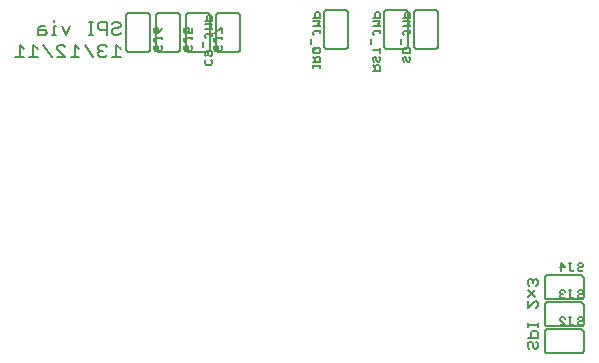
<source format=gbr>
G04 EAGLE Gerber RS-274X export*
G75*
%MOMM*%
%FSLAX34Y34*%
%LPD*%
%INSilkscreen Bottom*%
%IPPOS*%
%AMOC8*
5,1,8,0,0,1.08239X$1,22.5*%
G01*
%ADD10C,0.203200*%
%ADD11C,0.127000*%
%ADD12C,0.152400*%


D10*
X267456Y448699D02*
X269235Y450478D01*
X272795Y450478D01*
X274574Y448699D01*
X274574Y446919D01*
X272795Y445140D01*
X269235Y445140D01*
X267456Y443360D01*
X267456Y441581D01*
X269235Y439801D01*
X272795Y439801D01*
X274574Y441581D01*
X262880Y439801D02*
X262880Y450478D01*
X257541Y450478D01*
X255762Y448699D01*
X255762Y445140D01*
X257541Y443360D01*
X262880Y443360D01*
X251186Y439801D02*
X247627Y439801D01*
X249407Y439801D02*
X249407Y450478D01*
X251186Y450478D02*
X247627Y450478D01*
X231696Y446919D02*
X228137Y439801D01*
X224578Y446919D01*
X220002Y446919D02*
X218223Y446919D01*
X218223Y439801D01*
X220002Y439801D02*
X216443Y439801D01*
X218223Y450478D02*
X218223Y452258D01*
X210427Y446919D02*
X206868Y446919D01*
X205088Y445140D01*
X205088Y439801D01*
X210427Y439801D01*
X212206Y441581D01*
X210427Y443360D01*
X205088Y443360D01*
X271015Y431428D02*
X274574Y427869D01*
X271015Y431428D02*
X271015Y420751D01*
X274574Y420751D02*
X267456Y420751D01*
X262880Y429649D02*
X261101Y431428D01*
X257541Y431428D01*
X255762Y429649D01*
X255762Y427869D01*
X257541Y426090D01*
X259321Y426090D01*
X257541Y426090D02*
X255762Y424310D01*
X255762Y422531D01*
X257541Y420751D01*
X261101Y420751D01*
X262880Y422531D01*
X251186Y420751D02*
X244068Y431428D01*
X239492Y427869D02*
X235933Y431428D01*
X235933Y420751D01*
X239492Y420751D02*
X232374Y420751D01*
X227798Y420751D02*
X220680Y420751D01*
X227798Y420751D02*
X220680Y427869D01*
X220680Y429649D01*
X222460Y431428D01*
X226019Y431428D01*
X227798Y429649D01*
X216104Y420751D02*
X208986Y431428D01*
X204410Y427869D02*
X200851Y431428D01*
X200851Y420751D01*
X204410Y420751D02*
X197292Y420751D01*
X192716Y427869D02*
X189157Y431428D01*
X189157Y420751D01*
X192716Y420751D02*
X185598Y420751D01*
D11*
X626540Y179853D02*
X628023Y178370D01*
X628023Y175404D01*
X626540Y173921D01*
X625057Y173921D01*
X623574Y175404D01*
X623574Y178370D01*
X622091Y179853D01*
X620608Y179853D01*
X619125Y178370D01*
X619125Y175404D01*
X620608Y173921D01*
X619125Y183276D02*
X628023Y183276D01*
X628023Y187725D01*
X626540Y189208D01*
X623574Y189208D01*
X622091Y187725D01*
X622091Y183276D01*
X619125Y192631D02*
X619125Y195597D01*
X619125Y194114D02*
X628023Y194114D01*
X628023Y192631D02*
X628023Y195597D01*
X619125Y208223D02*
X619125Y214155D01*
X619125Y208223D02*
X625057Y214155D01*
X626540Y214155D01*
X628023Y212672D01*
X628023Y209706D01*
X626540Y208223D01*
X625057Y217579D02*
X619125Y223510D01*
X619125Y217579D02*
X625057Y223510D01*
X626540Y226934D02*
X628023Y228417D01*
X628023Y231383D01*
X626540Y232865D01*
X625057Y232865D01*
X623574Y231383D01*
X623574Y229900D01*
X623574Y231383D02*
X622091Y232865D01*
X620608Y232865D01*
X619125Y231383D01*
X619125Y228417D01*
X620608Y226934D01*
D10*
X636270Y170180D02*
X664210Y170180D01*
X636270Y190500D02*
X636170Y190498D01*
X636071Y190492D01*
X635971Y190482D01*
X635873Y190469D01*
X635774Y190451D01*
X635677Y190430D01*
X635581Y190405D01*
X635485Y190376D01*
X635391Y190343D01*
X635298Y190307D01*
X635207Y190267D01*
X635117Y190223D01*
X635029Y190176D01*
X634943Y190126D01*
X634859Y190072D01*
X634777Y190015D01*
X634698Y189955D01*
X634620Y189891D01*
X634546Y189825D01*
X634474Y189756D01*
X634405Y189684D01*
X634339Y189610D01*
X634275Y189532D01*
X634215Y189453D01*
X634158Y189371D01*
X634104Y189287D01*
X634054Y189201D01*
X634007Y189113D01*
X633963Y189023D01*
X633923Y188932D01*
X633887Y188839D01*
X633854Y188745D01*
X633825Y188649D01*
X633800Y188553D01*
X633779Y188456D01*
X633761Y188357D01*
X633748Y188259D01*
X633738Y188159D01*
X633732Y188060D01*
X633730Y187960D01*
X664210Y190500D02*
X664310Y190498D01*
X664409Y190492D01*
X664509Y190482D01*
X664607Y190469D01*
X664706Y190451D01*
X664803Y190430D01*
X664899Y190405D01*
X664995Y190376D01*
X665089Y190343D01*
X665182Y190307D01*
X665273Y190267D01*
X665363Y190223D01*
X665451Y190176D01*
X665537Y190126D01*
X665621Y190072D01*
X665703Y190015D01*
X665782Y189955D01*
X665860Y189891D01*
X665934Y189825D01*
X666006Y189756D01*
X666075Y189684D01*
X666141Y189610D01*
X666205Y189532D01*
X666265Y189453D01*
X666322Y189371D01*
X666376Y189287D01*
X666426Y189201D01*
X666473Y189113D01*
X666517Y189023D01*
X666557Y188932D01*
X666593Y188839D01*
X666626Y188745D01*
X666655Y188649D01*
X666680Y188553D01*
X666701Y188456D01*
X666719Y188357D01*
X666732Y188259D01*
X666742Y188159D01*
X666748Y188060D01*
X666750Y187960D01*
X666750Y172720D02*
X666748Y172620D01*
X666742Y172521D01*
X666732Y172421D01*
X666719Y172323D01*
X666701Y172224D01*
X666680Y172127D01*
X666655Y172031D01*
X666626Y171935D01*
X666593Y171841D01*
X666557Y171748D01*
X666517Y171657D01*
X666473Y171567D01*
X666426Y171479D01*
X666376Y171393D01*
X666322Y171309D01*
X666265Y171227D01*
X666205Y171148D01*
X666141Y171070D01*
X666075Y170996D01*
X666006Y170924D01*
X665934Y170855D01*
X665860Y170789D01*
X665782Y170725D01*
X665703Y170665D01*
X665621Y170608D01*
X665537Y170554D01*
X665451Y170504D01*
X665363Y170457D01*
X665273Y170413D01*
X665182Y170373D01*
X665089Y170337D01*
X664995Y170304D01*
X664899Y170275D01*
X664803Y170250D01*
X664706Y170229D01*
X664607Y170211D01*
X664509Y170198D01*
X664409Y170188D01*
X664310Y170182D01*
X664210Y170180D01*
X636270Y170180D02*
X636170Y170182D01*
X636071Y170188D01*
X635971Y170198D01*
X635873Y170211D01*
X635774Y170229D01*
X635677Y170250D01*
X635581Y170275D01*
X635485Y170304D01*
X635391Y170337D01*
X635298Y170373D01*
X635207Y170413D01*
X635117Y170457D01*
X635029Y170504D01*
X634943Y170554D01*
X634859Y170608D01*
X634777Y170665D01*
X634698Y170725D01*
X634620Y170789D01*
X634546Y170855D01*
X634474Y170924D01*
X634405Y170996D01*
X634339Y171070D01*
X634275Y171148D01*
X634215Y171227D01*
X634158Y171309D01*
X634104Y171393D01*
X634054Y171479D01*
X634007Y171567D01*
X633963Y171657D01*
X633923Y171748D01*
X633887Y171841D01*
X633854Y171935D01*
X633825Y172031D01*
X633800Y172127D01*
X633779Y172224D01*
X633761Y172323D01*
X633748Y172421D01*
X633738Y172521D01*
X633732Y172620D01*
X633730Y172720D01*
X633730Y187960D01*
X666750Y187960D02*
X666750Y172720D01*
X664210Y190500D02*
X636270Y190500D01*
D12*
X661582Y199310D02*
X662683Y200412D01*
X664886Y200412D01*
X665988Y199310D01*
X665988Y198208D01*
X664886Y197107D01*
X662683Y197107D01*
X661582Y196005D01*
X661582Y194904D01*
X662683Y193802D01*
X664886Y193802D01*
X665988Y194904D01*
X658504Y194904D02*
X657402Y193802D01*
X656301Y193802D01*
X655199Y194904D01*
X655199Y200412D01*
X656301Y200412D02*
X654097Y200412D01*
X651020Y193802D02*
X646613Y193802D01*
X646613Y198208D02*
X651020Y193802D01*
X646613Y198208D02*
X646613Y199310D01*
X647715Y200412D01*
X649918Y200412D01*
X651020Y199310D01*
D10*
X664210Y193040D02*
X636270Y193040D01*
X633730Y210820D02*
X633732Y210920D01*
X633738Y211019D01*
X633748Y211119D01*
X633761Y211217D01*
X633779Y211316D01*
X633800Y211413D01*
X633825Y211509D01*
X633854Y211605D01*
X633887Y211699D01*
X633923Y211792D01*
X633963Y211883D01*
X634007Y211973D01*
X634054Y212061D01*
X634104Y212147D01*
X634158Y212231D01*
X634215Y212313D01*
X634275Y212392D01*
X634339Y212470D01*
X634405Y212544D01*
X634474Y212616D01*
X634546Y212685D01*
X634620Y212751D01*
X634698Y212815D01*
X634777Y212875D01*
X634859Y212932D01*
X634943Y212986D01*
X635029Y213036D01*
X635117Y213083D01*
X635207Y213127D01*
X635298Y213167D01*
X635391Y213203D01*
X635485Y213236D01*
X635581Y213265D01*
X635677Y213290D01*
X635774Y213311D01*
X635873Y213329D01*
X635971Y213342D01*
X636071Y213352D01*
X636170Y213358D01*
X636270Y213360D01*
X664210Y213360D02*
X664310Y213358D01*
X664409Y213352D01*
X664509Y213342D01*
X664607Y213329D01*
X664706Y213311D01*
X664803Y213290D01*
X664899Y213265D01*
X664995Y213236D01*
X665089Y213203D01*
X665182Y213167D01*
X665273Y213127D01*
X665363Y213083D01*
X665451Y213036D01*
X665537Y212986D01*
X665621Y212932D01*
X665703Y212875D01*
X665782Y212815D01*
X665860Y212751D01*
X665934Y212685D01*
X666006Y212616D01*
X666075Y212544D01*
X666141Y212470D01*
X666205Y212392D01*
X666265Y212313D01*
X666322Y212231D01*
X666376Y212147D01*
X666426Y212061D01*
X666473Y211973D01*
X666517Y211883D01*
X666557Y211792D01*
X666593Y211699D01*
X666626Y211605D01*
X666655Y211509D01*
X666680Y211413D01*
X666701Y211316D01*
X666719Y211217D01*
X666732Y211119D01*
X666742Y211019D01*
X666748Y210920D01*
X666750Y210820D01*
X666750Y195580D02*
X666748Y195480D01*
X666742Y195381D01*
X666732Y195281D01*
X666719Y195183D01*
X666701Y195084D01*
X666680Y194987D01*
X666655Y194891D01*
X666626Y194795D01*
X666593Y194701D01*
X666557Y194608D01*
X666517Y194517D01*
X666473Y194427D01*
X666426Y194339D01*
X666376Y194253D01*
X666322Y194169D01*
X666265Y194087D01*
X666205Y194008D01*
X666141Y193930D01*
X666075Y193856D01*
X666006Y193784D01*
X665934Y193715D01*
X665860Y193649D01*
X665782Y193585D01*
X665703Y193525D01*
X665621Y193468D01*
X665537Y193414D01*
X665451Y193364D01*
X665363Y193317D01*
X665273Y193273D01*
X665182Y193233D01*
X665089Y193197D01*
X664995Y193164D01*
X664899Y193135D01*
X664803Y193110D01*
X664706Y193089D01*
X664607Y193071D01*
X664509Y193058D01*
X664409Y193048D01*
X664310Y193042D01*
X664210Y193040D01*
X636270Y193040D02*
X636170Y193042D01*
X636071Y193048D01*
X635971Y193058D01*
X635873Y193071D01*
X635774Y193089D01*
X635677Y193110D01*
X635581Y193135D01*
X635485Y193164D01*
X635391Y193197D01*
X635298Y193233D01*
X635207Y193273D01*
X635117Y193317D01*
X635029Y193364D01*
X634943Y193414D01*
X634859Y193468D01*
X634777Y193525D01*
X634698Y193585D01*
X634620Y193649D01*
X634546Y193715D01*
X634474Y193784D01*
X634405Y193856D01*
X634339Y193930D01*
X634275Y194008D01*
X634215Y194087D01*
X634158Y194169D01*
X634104Y194253D01*
X634054Y194339D01*
X634007Y194427D01*
X633963Y194517D01*
X633923Y194608D01*
X633887Y194701D01*
X633854Y194795D01*
X633825Y194891D01*
X633800Y194987D01*
X633779Y195084D01*
X633761Y195183D01*
X633748Y195281D01*
X633738Y195381D01*
X633732Y195480D01*
X633730Y195580D01*
X633730Y210820D01*
X666750Y210820D02*
X666750Y195580D01*
X664210Y213360D02*
X636270Y213360D01*
D12*
X661582Y222170D02*
X662683Y223272D01*
X664886Y223272D01*
X665988Y222170D01*
X665988Y221068D01*
X664886Y219967D01*
X662683Y219967D01*
X661582Y218865D01*
X661582Y217764D01*
X662683Y216662D01*
X664886Y216662D01*
X665988Y217764D01*
X658504Y217764D02*
X657402Y216662D01*
X656301Y216662D01*
X655199Y217764D01*
X655199Y223272D01*
X656301Y223272D02*
X654097Y223272D01*
X651020Y222170D02*
X649918Y223272D01*
X647715Y223272D01*
X646613Y222170D01*
X646613Y221068D01*
X647715Y219967D01*
X648817Y219967D01*
X647715Y219967D02*
X646613Y218865D01*
X646613Y217764D01*
X647715Y216662D01*
X649918Y216662D01*
X651020Y217764D01*
D10*
X664210Y215900D02*
X636270Y215900D01*
X633730Y233680D02*
X633732Y233780D01*
X633738Y233879D01*
X633748Y233979D01*
X633761Y234077D01*
X633779Y234176D01*
X633800Y234273D01*
X633825Y234369D01*
X633854Y234465D01*
X633887Y234559D01*
X633923Y234652D01*
X633963Y234743D01*
X634007Y234833D01*
X634054Y234921D01*
X634104Y235007D01*
X634158Y235091D01*
X634215Y235173D01*
X634275Y235252D01*
X634339Y235330D01*
X634405Y235404D01*
X634474Y235476D01*
X634546Y235545D01*
X634620Y235611D01*
X634698Y235675D01*
X634777Y235735D01*
X634859Y235792D01*
X634943Y235846D01*
X635029Y235896D01*
X635117Y235943D01*
X635207Y235987D01*
X635298Y236027D01*
X635391Y236063D01*
X635485Y236096D01*
X635581Y236125D01*
X635677Y236150D01*
X635774Y236171D01*
X635873Y236189D01*
X635971Y236202D01*
X636071Y236212D01*
X636170Y236218D01*
X636270Y236220D01*
X664210Y236220D02*
X664310Y236218D01*
X664409Y236212D01*
X664509Y236202D01*
X664607Y236189D01*
X664706Y236171D01*
X664803Y236150D01*
X664899Y236125D01*
X664995Y236096D01*
X665089Y236063D01*
X665182Y236027D01*
X665273Y235987D01*
X665363Y235943D01*
X665451Y235896D01*
X665537Y235846D01*
X665621Y235792D01*
X665703Y235735D01*
X665782Y235675D01*
X665860Y235611D01*
X665934Y235545D01*
X666006Y235476D01*
X666075Y235404D01*
X666141Y235330D01*
X666205Y235252D01*
X666265Y235173D01*
X666322Y235091D01*
X666376Y235007D01*
X666426Y234921D01*
X666473Y234833D01*
X666517Y234743D01*
X666557Y234652D01*
X666593Y234559D01*
X666626Y234465D01*
X666655Y234369D01*
X666680Y234273D01*
X666701Y234176D01*
X666719Y234077D01*
X666732Y233979D01*
X666742Y233879D01*
X666748Y233780D01*
X666750Y233680D01*
X666750Y218440D02*
X666748Y218340D01*
X666742Y218241D01*
X666732Y218141D01*
X666719Y218043D01*
X666701Y217944D01*
X666680Y217847D01*
X666655Y217751D01*
X666626Y217655D01*
X666593Y217561D01*
X666557Y217468D01*
X666517Y217377D01*
X666473Y217287D01*
X666426Y217199D01*
X666376Y217113D01*
X666322Y217029D01*
X666265Y216947D01*
X666205Y216868D01*
X666141Y216790D01*
X666075Y216716D01*
X666006Y216644D01*
X665934Y216575D01*
X665860Y216509D01*
X665782Y216445D01*
X665703Y216385D01*
X665621Y216328D01*
X665537Y216274D01*
X665451Y216224D01*
X665363Y216177D01*
X665273Y216133D01*
X665182Y216093D01*
X665089Y216057D01*
X664995Y216024D01*
X664899Y215995D01*
X664803Y215970D01*
X664706Y215949D01*
X664607Y215931D01*
X664509Y215918D01*
X664409Y215908D01*
X664310Y215902D01*
X664210Y215900D01*
X636270Y215900D02*
X636170Y215902D01*
X636071Y215908D01*
X635971Y215918D01*
X635873Y215931D01*
X635774Y215949D01*
X635677Y215970D01*
X635581Y215995D01*
X635485Y216024D01*
X635391Y216057D01*
X635298Y216093D01*
X635207Y216133D01*
X635117Y216177D01*
X635029Y216224D01*
X634943Y216274D01*
X634859Y216328D01*
X634777Y216385D01*
X634698Y216445D01*
X634620Y216509D01*
X634546Y216575D01*
X634474Y216644D01*
X634405Y216716D01*
X634339Y216790D01*
X634275Y216868D01*
X634215Y216947D01*
X634158Y217029D01*
X634104Y217113D01*
X634054Y217199D01*
X634007Y217287D01*
X633963Y217377D01*
X633923Y217468D01*
X633887Y217561D01*
X633854Y217655D01*
X633825Y217751D01*
X633800Y217847D01*
X633779Y217944D01*
X633761Y218043D01*
X633748Y218141D01*
X633738Y218241D01*
X633732Y218340D01*
X633730Y218440D01*
X633730Y233680D01*
X666750Y233680D02*
X666750Y218440D01*
X664210Y236220D02*
X636270Y236220D01*
D12*
X661582Y245030D02*
X662683Y246132D01*
X664886Y246132D01*
X665988Y245030D01*
X665988Y243928D01*
X664886Y242827D01*
X662683Y242827D01*
X661582Y241725D01*
X661582Y240624D01*
X662683Y239522D01*
X664886Y239522D01*
X665988Y240624D01*
X658504Y240624D02*
X657402Y239522D01*
X656301Y239522D01*
X655199Y240624D01*
X655199Y246132D01*
X656301Y246132D02*
X654097Y246132D01*
X647715Y246132D02*
X647715Y239522D01*
X651020Y242827D02*
X647715Y246132D01*
X646613Y242827D02*
X651020Y242827D01*
D10*
X304800Y427990D02*
X304800Y455930D01*
X322580Y458470D02*
X322680Y458468D01*
X322779Y458462D01*
X322879Y458452D01*
X322977Y458439D01*
X323076Y458421D01*
X323173Y458400D01*
X323269Y458375D01*
X323365Y458346D01*
X323459Y458313D01*
X323552Y458277D01*
X323643Y458237D01*
X323733Y458193D01*
X323821Y458146D01*
X323907Y458096D01*
X323991Y458042D01*
X324073Y457985D01*
X324152Y457925D01*
X324230Y457861D01*
X324304Y457795D01*
X324376Y457726D01*
X324445Y457654D01*
X324511Y457580D01*
X324575Y457502D01*
X324635Y457423D01*
X324692Y457341D01*
X324746Y457257D01*
X324796Y457171D01*
X324843Y457083D01*
X324887Y456993D01*
X324927Y456902D01*
X324963Y456809D01*
X324996Y456715D01*
X325025Y456619D01*
X325050Y456523D01*
X325071Y456426D01*
X325089Y456327D01*
X325102Y456229D01*
X325112Y456129D01*
X325118Y456030D01*
X325120Y455930D01*
X325120Y427990D02*
X325118Y427890D01*
X325112Y427791D01*
X325102Y427691D01*
X325089Y427593D01*
X325071Y427494D01*
X325050Y427397D01*
X325025Y427301D01*
X324996Y427205D01*
X324963Y427111D01*
X324927Y427018D01*
X324887Y426927D01*
X324843Y426837D01*
X324796Y426749D01*
X324746Y426663D01*
X324692Y426579D01*
X324635Y426497D01*
X324575Y426418D01*
X324511Y426340D01*
X324445Y426266D01*
X324376Y426194D01*
X324304Y426125D01*
X324230Y426059D01*
X324152Y425995D01*
X324073Y425935D01*
X323991Y425878D01*
X323907Y425824D01*
X323821Y425774D01*
X323733Y425727D01*
X323643Y425683D01*
X323552Y425643D01*
X323459Y425607D01*
X323365Y425574D01*
X323269Y425545D01*
X323173Y425520D01*
X323076Y425499D01*
X322977Y425481D01*
X322879Y425468D01*
X322779Y425458D01*
X322680Y425452D01*
X322580Y425450D01*
X307340Y425450D02*
X307240Y425452D01*
X307141Y425458D01*
X307041Y425468D01*
X306943Y425481D01*
X306844Y425499D01*
X306747Y425520D01*
X306651Y425545D01*
X306555Y425574D01*
X306461Y425607D01*
X306368Y425643D01*
X306277Y425683D01*
X306187Y425727D01*
X306099Y425774D01*
X306013Y425824D01*
X305929Y425878D01*
X305847Y425935D01*
X305768Y425995D01*
X305690Y426059D01*
X305616Y426125D01*
X305544Y426194D01*
X305475Y426266D01*
X305409Y426340D01*
X305345Y426418D01*
X305285Y426497D01*
X305228Y426579D01*
X305174Y426663D01*
X305124Y426749D01*
X305077Y426837D01*
X305033Y426927D01*
X304993Y427018D01*
X304957Y427111D01*
X304924Y427205D01*
X304895Y427301D01*
X304870Y427397D01*
X304849Y427494D01*
X304831Y427593D01*
X304818Y427691D01*
X304808Y427791D01*
X304802Y427890D01*
X304800Y427990D01*
X304800Y455930D02*
X304802Y456030D01*
X304808Y456129D01*
X304818Y456229D01*
X304831Y456327D01*
X304849Y456426D01*
X304870Y456523D01*
X304895Y456619D01*
X304924Y456715D01*
X304957Y456809D01*
X304993Y456902D01*
X305033Y456993D01*
X305077Y457083D01*
X305124Y457171D01*
X305174Y457257D01*
X305228Y457341D01*
X305285Y457423D01*
X305345Y457502D01*
X305409Y457580D01*
X305475Y457654D01*
X305544Y457726D01*
X305616Y457795D01*
X305690Y457861D01*
X305768Y457925D01*
X305847Y457985D01*
X305929Y458042D01*
X306013Y458096D01*
X306099Y458146D01*
X306187Y458193D01*
X306277Y458237D01*
X306368Y458277D01*
X306461Y458313D01*
X306555Y458346D01*
X306651Y458375D01*
X306747Y458400D01*
X306844Y458421D01*
X306943Y458439D01*
X307041Y458452D01*
X307141Y458462D01*
X307240Y458468D01*
X307340Y458470D01*
X322580Y458470D01*
X322580Y425450D02*
X307340Y425450D01*
X325120Y427990D02*
X325120Y455930D01*
D12*
X333930Y430618D02*
X335032Y429517D01*
X335032Y427314D01*
X333930Y426212D01*
X332828Y426212D01*
X331727Y427314D01*
X331727Y429517D01*
X330625Y430618D01*
X329524Y430618D01*
X328422Y429517D01*
X328422Y427314D01*
X329524Y426212D01*
X329524Y433696D02*
X328422Y434798D01*
X328422Y435899D01*
X329524Y437001D01*
X335032Y437001D01*
X335032Y435899D02*
X335032Y438103D01*
X335032Y441180D02*
X335032Y445587D01*
X335032Y441180D02*
X331727Y441180D01*
X332828Y443384D01*
X332828Y444485D01*
X331727Y445587D01*
X329524Y445587D01*
X328422Y444485D01*
X328422Y442282D01*
X329524Y441180D01*
D10*
X279400Y427990D02*
X279400Y455930D01*
X297180Y458470D02*
X297280Y458468D01*
X297379Y458462D01*
X297479Y458452D01*
X297577Y458439D01*
X297676Y458421D01*
X297773Y458400D01*
X297869Y458375D01*
X297965Y458346D01*
X298059Y458313D01*
X298152Y458277D01*
X298243Y458237D01*
X298333Y458193D01*
X298421Y458146D01*
X298507Y458096D01*
X298591Y458042D01*
X298673Y457985D01*
X298752Y457925D01*
X298830Y457861D01*
X298904Y457795D01*
X298976Y457726D01*
X299045Y457654D01*
X299111Y457580D01*
X299175Y457502D01*
X299235Y457423D01*
X299292Y457341D01*
X299346Y457257D01*
X299396Y457171D01*
X299443Y457083D01*
X299487Y456993D01*
X299527Y456902D01*
X299563Y456809D01*
X299596Y456715D01*
X299625Y456619D01*
X299650Y456523D01*
X299671Y456426D01*
X299689Y456327D01*
X299702Y456229D01*
X299712Y456129D01*
X299718Y456030D01*
X299720Y455930D01*
X299720Y427990D02*
X299718Y427890D01*
X299712Y427791D01*
X299702Y427691D01*
X299689Y427593D01*
X299671Y427494D01*
X299650Y427397D01*
X299625Y427301D01*
X299596Y427205D01*
X299563Y427111D01*
X299527Y427018D01*
X299487Y426927D01*
X299443Y426837D01*
X299396Y426749D01*
X299346Y426663D01*
X299292Y426579D01*
X299235Y426497D01*
X299175Y426418D01*
X299111Y426340D01*
X299045Y426266D01*
X298976Y426194D01*
X298904Y426125D01*
X298830Y426059D01*
X298752Y425995D01*
X298673Y425935D01*
X298591Y425878D01*
X298507Y425824D01*
X298421Y425774D01*
X298333Y425727D01*
X298243Y425683D01*
X298152Y425643D01*
X298059Y425607D01*
X297965Y425574D01*
X297869Y425545D01*
X297773Y425520D01*
X297676Y425499D01*
X297577Y425481D01*
X297479Y425468D01*
X297379Y425458D01*
X297280Y425452D01*
X297180Y425450D01*
X281940Y425450D02*
X281840Y425452D01*
X281741Y425458D01*
X281641Y425468D01*
X281543Y425481D01*
X281444Y425499D01*
X281347Y425520D01*
X281251Y425545D01*
X281155Y425574D01*
X281061Y425607D01*
X280968Y425643D01*
X280877Y425683D01*
X280787Y425727D01*
X280699Y425774D01*
X280613Y425824D01*
X280529Y425878D01*
X280447Y425935D01*
X280368Y425995D01*
X280290Y426059D01*
X280216Y426125D01*
X280144Y426194D01*
X280075Y426266D01*
X280009Y426340D01*
X279945Y426418D01*
X279885Y426497D01*
X279828Y426579D01*
X279774Y426663D01*
X279724Y426749D01*
X279677Y426837D01*
X279633Y426927D01*
X279593Y427018D01*
X279557Y427111D01*
X279524Y427205D01*
X279495Y427301D01*
X279470Y427397D01*
X279449Y427494D01*
X279431Y427593D01*
X279418Y427691D01*
X279408Y427791D01*
X279402Y427890D01*
X279400Y427990D01*
X279400Y455930D02*
X279402Y456030D01*
X279408Y456129D01*
X279418Y456229D01*
X279431Y456327D01*
X279449Y456426D01*
X279470Y456523D01*
X279495Y456619D01*
X279524Y456715D01*
X279557Y456809D01*
X279593Y456902D01*
X279633Y456993D01*
X279677Y457083D01*
X279724Y457171D01*
X279774Y457257D01*
X279828Y457341D01*
X279885Y457423D01*
X279945Y457502D01*
X280009Y457580D01*
X280075Y457654D01*
X280144Y457726D01*
X280216Y457795D01*
X280290Y457861D01*
X280368Y457925D01*
X280447Y457985D01*
X280529Y458042D01*
X280613Y458096D01*
X280699Y458146D01*
X280787Y458193D01*
X280877Y458237D01*
X280968Y458277D01*
X281061Y458313D01*
X281155Y458346D01*
X281251Y458375D01*
X281347Y458400D01*
X281444Y458421D01*
X281543Y458439D01*
X281641Y458452D01*
X281741Y458462D01*
X281840Y458468D01*
X281940Y458470D01*
X297180Y458470D01*
X297180Y425450D02*
X281940Y425450D01*
X299720Y427990D02*
X299720Y455930D01*
D12*
X308530Y430618D02*
X309632Y429517D01*
X309632Y427314D01*
X308530Y426212D01*
X307428Y426212D01*
X306327Y427314D01*
X306327Y429517D01*
X305225Y430618D01*
X304124Y430618D01*
X303022Y429517D01*
X303022Y427314D01*
X304124Y426212D01*
X304124Y433696D02*
X303022Y434798D01*
X303022Y435899D01*
X304124Y437001D01*
X309632Y437001D01*
X309632Y435899D02*
X309632Y438103D01*
X308530Y443384D02*
X309632Y445587D01*
X308530Y443384D02*
X306327Y441180D01*
X304124Y441180D01*
X303022Y442282D01*
X303022Y444485D01*
X304124Y445587D01*
X305225Y445587D01*
X306327Y444485D01*
X306327Y441180D01*
D10*
X330200Y427990D02*
X330200Y455930D01*
X347980Y458470D02*
X348080Y458468D01*
X348179Y458462D01*
X348279Y458452D01*
X348377Y458439D01*
X348476Y458421D01*
X348573Y458400D01*
X348669Y458375D01*
X348765Y458346D01*
X348859Y458313D01*
X348952Y458277D01*
X349043Y458237D01*
X349133Y458193D01*
X349221Y458146D01*
X349307Y458096D01*
X349391Y458042D01*
X349473Y457985D01*
X349552Y457925D01*
X349630Y457861D01*
X349704Y457795D01*
X349776Y457726D01*
X349845Y457654D01*
X349911Y457580D01*
X349975Y457502D01*
X350035Y457423D01*
X350092Y457341D01*
X350146Y457257D01*
X350196Y457171D01*
X350243Y457083D01*
X350287Y456993D01*
X350327Y456902D01*
X350363Y456809D01*
X350396Y456715D01*
X350425Y456619D01*
X350450Y456523D01*
X350471Y456426D01*
X350489Y456327D01*
X350502Y456229D01*
X350512Y456129D01*
X350518Y456030D01*
X350520Y455930D01*
X350520Y427990D02*
X350518Y427890D01*
X350512Y427791D01*
X350502Y427691D01*
X350489Y427593D01*
X350471Y427494D01*
X350450Y427397D01*
X350425Y427301D01*
X350396Y427205D01*
X350363Y427111D01*
X350327Y427018D01*
X350287Y426927D01*
X350243Y426837D01*
X350196Y426749D01*
X350146Y426663D01*
X350092Y426579D01*
X350035Y426497D01*
X349975Y426418D01*
X349911Y426340D01*
X349845Y426266D01*
X349776Y426194D01*
X349704Y426125D01*
X349630Y426059D01*
X349552Y425995D01*
X349473Y425935D01*
X349391Y425878D01*
X349307Y425824D01*
X349221Y425774D01*
X349133Y425727D01*
X349043Y425683D01*
X348952Y425643D01*
X348859Y425607D01*
X348765Y425574D01*
X348669Y425545D01*
X348573Y425520D01*
X348476Y425499D01*
X348377Y425481D01*
X348279Y425468D01*
X348179Y425458D01*
X348080Y425452D01*
X347980Y425450D01*
X332740Y425450D02*
X332640Y425452D01*
X332541Y425458D01*
X332441Y425468D01*
X332343Y425481D01*
X332244Y425499D01*
X332147Y425520D01*
X332051Y425545D01*
X331955Y425574D01*
X331861Y425607D01*
X331768Y425643D01*
X331677Y425683D01*
X331587Y425727D01*
X331499Y425774D01*
X331413Y425824D01*
X331329Y425878D01*
X331247Y425935D01*
X331168Y425995D01*
X331090Y426059D01*
X331016Y426125D01*
X330944Y426194D01*
X330875Y426266D01*
X330809Y426340D01*
X330745Y426418D01*
X330685Y426497D01*
X330628Y426579D01*
X330574Y426663D01*
X330524Y426749D01*
X330477Y426837D01*
X330433Y426927D01*
X330393Y427018D01*
X330357Y427111D01*
X330324Y427205D01*
X330295Y427301D01*
X330270Y427397D01*
X330249Y427494D01*
X330231Y427593D01*
X330218Y427691D01*
X330208Y427791D01*
X330202Y427890D01*
X330200Y427990D01*
X330200Y455930D02*
X330202Y456030D01*
X330208Y456129D01*
X330218Y456229D01*
X330231Y456327D01*
X330249Y456426D01*
X330270Y456523D01*
X330295Y456619D01*
X330324Y456715D01*
X330357Y456809D01*
X330393Y456902D01*
X330433Y456993D01*
X330477Y457083D01*
X330524Y457171D01*
X330574Y457257D01*
X330628Y457341D01*
X330685Y457423D01*
X330745Y457502D01*
X330809Y457580D01*
X330875Y457654D01*
X330944Y457726D01*
X331016Y457795D01*
X331090Y457861D01*
X331168Y457925D01*
X331247Y457985D01*
X331329Y458042D01*
X331413Y458096D01*
X331499Y458146D01*
X331587Y458193D01*
X331677Y458237D01*
X331768Y458277D01*
X331861Y458313D01*
X331955Y458346D01*
X332051Y458375D01*
X332147Y458400D01*
X332244Y458421D01*
X332343Y458439D01*
X332441Y458452D01*
X332541Y458462D01*
X332640Y458468D01*
X332740Y458470D01*
X347980Y458470D01*
X347980Y425450D02*
X332740Y425450D01*
X350520Y427990D02*
X350520Y455930D01*
D12*
X359330Y430618D02*
X360432Y429517D01*
X360432Y427314D01*
X359330Y426212D01*
X358228Y426212D01*
X357127Y427314D01*
X357127Y429517D01*
X356025Y430618D01*
X354924Y430618D01*
X353822Y429517D01*
X353822Y427314D01*
X354924Y426212D01*
X354924Y433696D02*
X353822Y434798D01*
X353822Y435899D01*
X354924Y437001D01*
X360432Y437001D01*
X360432Y435899D02*
X360432Y438103D01*
X360432Y441180D02*
X360432Y445587D01*
X359330Y445587D01*
X354924Y441180D01*
X353822Y441180D01*
D10*
X518160Y430530D02*
X518160Y458470D01*
X497840Y430530D02*
X497842Y430430D01*
X497848Y430331D01*
X497858Y430231D01*
X497871Y430133D01*
X497889Y430034D01*
X497910Y429937D01*
X497935Y429841D01*
X497964Y429745D01*
X497997Y429651D01*
X498033Y429558D01*
X498073Y429467D01*
X498117Y429377D01*
X498164Y429289D01*
X498214Y429203D01*
X498268Y429119D01*
X498325Y429037D01*
X498385Y428958D01*
X498449Y428880D01*
X498515Y428806D01*
X498584Y428734D01*
X498656Y428665D01*
X498730Y428599D01*
X498808Y428535D01*
X498887Y428475D01*
X498969Y428418D01*
X499053Y428364D01*
X499139Y428314D01*
X499227Y428267D01*
X499317Y428223D01*
X499408Y428183D01*
X499501Y428147D01*
X499595Y428114D01*
X499691Y428085D01*
X499787Y428060D01*
X499884Y428039D01*
X499983Y428021D01*
X500081Y428008D01*
X500181Y427998D01*
X500280Y427992D01*
X500380Y427990D01*
X497840Y458470D02*
X497842Y458570D01*
X497848Y458669D01*
X497858Y458769D01*
X497871Y458867D01*
X497889Y458966D01*
X497910Y459063D01*
X497935Y459159D01*
X497964Y459255D01*
X497997Y459349D01*
X498033Y459442D01*
X498073Y459533D01*
X498117Y459623D01*
X498164Y459711D01*
X498214Y459797D01*
X498268Y459881D01*
X498325Y459963D01*
X498385Y460042D01*
X498449Y460120D01*
X498515Y460194D01*
X498584Y460266D01*
X498656Y460335D01*
X498730Y460401D01*
X498808Y460465D01*
X498887Y460525D01*
X498969Y460582D01*
X499053Y460636D01*
X499139Y460686D01*
X499227Y460733D01*
X499317Y460777D01*
X499408Y460817D01*
X499501Y460853D01*
X499595Y460886D01*
X499691Y460915D01*
X499787Y460940D01*
X499884Y460961D01*
X499983Y460979D01*
X500081Y460992D01*
X500181Y461002D01*
X500280Y461008D01*
X500380Y461010D01*
X515620Y461010D02*
X515720Y461008D01*
X515819Y461002D01*
X515919Y460992D01*
X516017Y460979D01*
X516116Y460961D01*
X516213Y460940D01*
X516309Y460915D01*
X516405Y460886D01*
X516499Y460853D01*
X516592Y460817D01*
X516683Y460777D01*
X516773Y460733D01*
X516861Y460686D01*
X516947Y460636D01*
X517031Y460582D01*
X517113Y460525D01*
X517192Y460465D01*
X517270Y460401D01*
X517344Y460335D01*
X517416Y460266D01*
X517485Y460194D01*
X517551Y460120D01*
X517615Y460042D01*
X517675Y459963D01*
X517732Y459881D01*
X517786Y459797D01*
X517836Y459711D01*
X517883Y459623D01*
X517927Y459533D01*
X517967Y459442D01*
X518003Y459349D01*
X518036Y459255D01*
X518065Y459159D01*
X518090Y459063D01*
X518111Y458966D01*
X518129Y458867D01*
X518142Y458769D01*
X518152Y458669D01*
X518158Y458570D01*
X518160Y458470D01*
X518160Y430530D02*
X518158Y430430D01*
X518152Y430331D01*
X518142Y430231D01*
X518129Y430133D01*
X518111Y430034D01*
X518090Y429937D01*
X518065Y429841D01*
X518036Y429745D01*
X518003Y429651D01*
X517967Y429558D01*
X517927Y429467D01*
X517883Y429377D01*
X517836Y429289D01*
X517786Y429203D01*
X517732Y429119D01*
X517675Y429037D01*
X517615Y428958D01*
X517551Y428880D01*
X517485Y428806D01*
X517416Y428734D01*
X517344Y428665D01*
X517270Y428599D01*
X517192Y428535D01*
X517113Y428475D01*
X517031Y428418D01*
X516947Y428364D01*
X516861Y428314D01*
X516773Y428267D01*
X516683Y428223D01*
X516592Y428183D01*
X516499Y428147D01*
X516405Y428114D01*
X516309Y428085D01*
X516213Y428060D01*
X516116Y428039D01*
X516017Y428021D01*
X515919Y428008D01*
X515819Y427998D01*
X515720Y427992D01*
X515620Y427990D01*
X500380Y427990D01*
X500380Y461010D02*
X515620Y461010D01*
X497840Y458470D02*
X497840Y430530D01*
D12*
X494544Y409383D02*
X487934Y409383D01*
X494544Y409383D02*
X494544Y412688D01*
X493442Y413789D01*
X491239Y413789D01*
X490137Y412688D01*
X490137Y409383D01*
X490137Y411586D02*
X487934Y413789D01*
X494544Y420172D02*
X493442Y421273D01*
X494544Y420172D02*
X494544Y417969D01*
X493442Y416867D01*
X492340Y416867D01*
X491239Y417969D01*
X491239Y420172D01*
X490137Y421273D01*
X489036Y421273D01*
X487934Y420172D01*
X487934Y417969D01*
X489036Y416867D01*
X487934Y426554D02*
X494544Y426554D01*
X494544Y424351D02*
X494544Y428758D01*
X486832Y431835D02*
X486832Y436242D01*
X489036Y439320D02*
X487934Y440421D01*
X487934Y441523D01*
X489036Y442624D01*
X494544Y442624D01*
X494544Y441523D02*
X494544Y443726D01*
X494544Y446804D02*
X487934Y446804D01*
X492340Y449007D02*
X494544Y446804D01*
X492340Y449007D02*
X494544Y451210D01*
X487934Y451210D01*
X487934Y454288D02*
X494544Y454288D01*
X494544Y457593D01*
X493442Y458694D01*
X491239Y458694D01*
X490137Y457593D01*
X490137Y454288D01*
D10*
X467360Y458470D02*
X467360Y430530D01*
X449580Y427990D02*
X449480Y427992D01*
X449381Y427998D01*
X449281Y428008D01*
X449183Y428021D01*
X449084Y428039D01*
X448987Y428060D01*
X448891Y428085D01*
X448795Y428114D01*
X448701Y428147D01*
X448608Y428183D01*
X448517Y428223D01*
X448427Y428267D01*
X448339Y428314D01*
X448253Y428364D01*
X448169Y428418D01*
X448087Y428475D01*
X448008Y428535D01*
X447930Y428599D01*
X447856Y428665D01*
X447784Y428734D01*
X447715Y428806D01*
X447649Y428880D01*
X447585Y428958D01*
X447525Y429037D01*
X447468Y429119D01*
X447414Y429203D01*
X447364Y429289D01*
X447317Y429377D01*
X447273Y429467D01*
X447233Y429558D01*
X447197Y429651D01*
X447164Y429745D01*
X447135Y429841D01*
X447110Y429937D01*
X447089Y430034D01*
X447071Y430133D01*
X447058Y430231D01*
X447048Y430331D01*
X447042Y430430D01*
X447040Y430530D01*
X447040Y458470D02*
X447042Y458570D01*
X447048Y458669D01*
X447058Y458769D01*
X447071Y458867D01*
X447089Y458966D01*
X447110Y459063D01*
X447135Y459159D01*
X447164Y459255D01*
X447197Y459349D01*
X447233Y459442D01*
X447273Y459533D01*
X447317Y459623D01*
X447364Y459711D01*
X447414Y459797D01*
X447468Y459881D01*
X447525Y459963D01*
X447585Y460042D01*
X447649Y460120D01*
X447715Y460194D01*
X447784Y460266D01*
X447856Y460335D01*
X447930Y460401D01*
X448008Y460465D01*
X448087Y460525D01*
X448169Y460582D01*
X448253Y460636D01*
X448339Y460686D01*
X448427Y460733D01*
X448517Y460777D01*
X448608Y460817D01*
X448701Y460853D01*
X448795Y460886D01*
X448891Y460915D01*
X448987Y460940D01*
X449084Y460961D01*
X449183Y460979D01*
X449281Y460992D01*
X449381Y461002D01*
X449480Y461008D01*
X449580Y461010D01*
X464820Y461010D02*
X464920Y461008D01*
X465019Y461002D01*
X465119Y460992D01*
X465217Y460979D01*
X465316Y460961D01*
X465413Y460940D01*
X465509Y460915D01*
X465605Y460886D01*
X465699Y460853D01*
X465792Y460817D01*
X465883Y460777D01*
X465973Y460733D01*
X466061Y460686D01*
X466147Y460636D01*
X466231Y460582D01*
X466313Y460525D01*
X466392Y460465D01*
X466470Y460401D01*
X466544Y460335D01*
X466616Y460266D01*
X466685Y460194D01*
X466751Y460120D01*
X466815Y460042D01*
X466875Y459963D01*
X466932Y459881D01*
X466986Y459797D01*
X467036Y459711D01*
X467083Y459623D01*
X467127Y459533D01*
X467167Y459442D01*
X467203Y459349D01*
X467236Y459255D01*
X467265Y459159D01*
X467290Y459063D01*
X467311Y458966D01*
X467329Y458867D01*
X467342Y458769D01*
X467352Y458669D01*
X467358Y458570D01*
X467360Y458470D01*
X467360Y430530D02*
X467358Y430430D01*
X467352Y430331D01*
X467342Y430231D01*
X467329Y430133D01*
X467311Y430034D01*
X467290Y429937D01*
X467265Y429841D01*
X467236Y429745D01*
X467203Y429651D01*
X467167Y429558D01*
X467127Y429467D01*
X467083Y429377D01*
X467036Y429289D01*
X466986Y429203D01*
X466932Y429119D01*
X466875Y429037D01*
X466815Y428958D01*
X466751Y428880D01*
X466685Y428806D01*
X466616Y428734D01*
X466544Y428665D01*
X466470Y428599D01*
X466392Y428535D01*
X466313Y428475D01*
X466231Y428418D01*
X466147Y428364D01*
X466061Y428314D01*
X465973Y428267D01*
X465883Y428223D01*
X465792Y428183D01*
X465699Y428147D01*
X465605Y428114D01*
X465509Y428085D01*
X465413Y428060D01*
X465316Y428039D01*
X465217Y428021D01*
X465119Y428008D01*
X465019Y427998D01*
X464920Y427992D01*
X464820Y427990D01*
X449580Y427990D01*
X449580Y461010D02*
X464820Y461010D01*
X447040Y458470D02*
X447040Y430530D01*
D12*
X437134Y414081D02*
X437134Y411878D01*
X437134Y412979D02*
X443744Y412979D01*
X443744Y411878D02*
X443744Y414081D01*
X443744Y416867D02*
X437134Y416867D01*
X443744Y416867D02*
X443744Y420172D01*
X442642Y421273D01*
X440439Y421273D01*
X439337Y420172D01*
X439337Y416867D01*
X439337Y419070D02*
X437134Y421273D01*
X438236Y424351D02*
X442642Y424351D01*
X443744Y425453D01*
X443744Y427656D01*
X442642Y428758D01*
X438236Y428758D01*
X437134Y427656D01*
X437134Y425453D01*
X438236Y424351D01*
X439337Y426554D02*
X437134Y428758D01*
X436032Y431835D02*
X436032Y436242D01*
X438236Y439320D02*
X437134Y440421D01*
X437134Y441523D01*
X438236Y442624D01*
X443744Y442624D01*
X443744Y441523D02*
X443744Y443726D01*
X443744Y446804D02*
X437134Y446804D01*
X441540Y449007D02*
X443744Y446804D01*
X441540Y449007D02*
X443744Y451210D01*
X437134Y451210D01*
X437134Y454288D02*
X443744Y454288D01*
X443744Y457593D01*
X442642Y458694D01*
X440439Y458694D01*
X439337Y457593D01*
X439337Y454288D01*
D10*
X375920Y455930D02*
X375920Y427990D01*
X358140Y425450D02*
X358040Y425452D01*
X357941Y425458D01*
X357841Y425468D01*
X357743Y425481D01*
X357644Y425499D01*
X357547Y425520D01*
X357451Y425545D01*
X357355Y425574D01*
X357261Y425607D01*
X357168Y425643D01*
X357077Y425683D01*
X356987Y425727D01*
X356899Y425774D01*
X356813Y425824D01*
X356729Y425878D01*
X356647Y425935D01*
X356568Y425995D01*
X356490Y426059D01*
X356416Y426125D01*
X356344Y426194D01*
X356275Y426266D01*
X356209Y426340D01*
X356145Y426418D01*
X356085Y426497D01*
X356028Y426579D01*
X355974Y426663D01*
X355924Y426749D01*
X355877Y426837D01*
X355833Y426927D01*
X355793Y427018D01*
X355757Y427111D01*
X355724Y427205D01*
X355695Y427301D01*
X355670Y427397D01*
X355649Y427494D01*
X355631Y427593D01*
X355618Y427691D01*
X355608Y427791D01*
X355602Y427890D01*
X355600Y427990D01*
X355600Y455930D02*
X355602Y456030D01*
X355608Y456129D01*
X355618Y456229D01*
X355631Y456327D01*
X355649Y456426D01*
X355670Y456523D01*
X355695Y456619D01*
X355724Y456715D01*
X355757Y456809D01*
X355793Y456902D01*
X355833Y456993D01*
X355877Y457083D01*
X355924Y457171D01*
X355974Y457257D01*
X356028Y457341D01*
X356085Y457423D01*
X356145Y457502D01*
X356209Y457580D01*
X356275Y457654D01*
X356344Y457726D01*
X356416Y457795D01*
X356490Y457861D01*
X356568Y457925D01*
X356647Y457985D01*
X356729Y458042D01*
X356813Y458096D01*
X356899Y458146D01*
X356987Y458193D01*
X357077Y458237D01*
X357168Y458277D01*
X357261Y458313D01*
X357355Y458346D01*
X357451Y458375D01*
X357547Y458400D01*
X357644Y458421D01*
X357743Y458439D01*
X357841Y458452D01*
X357941Y458462D01*
X358040Y458468D01*
X358140Y458470D01*
X373380Y458470D02*
X373480Y458468D01*
X373579Y458462D01*
X373679Y458452D01*
X373777Y458439D01*
X373876Y458421D01*
X373973Y458400D01*
X374069Y458375D01*
X374165Y458346D01*
X374259Y458313D01*
X374352Y458277D01*
X374443Y458237D01*
X374533Y458193D01*
X374621Y458146D01*
X374707Y458096D01*
X374791Y458042D01*
X374873Y457985D01*
X374952Y457925D01*
X375030Y457861D01*
X375104Y457795D01*
X375176Y457726D01*
X375245Y457654D01*
X375311Y457580D01*
X375375Y457502D01*
X375435Y457423D01*
X375492Y457341D01*
X375546Y457257D01*
X375596Y457171D01*
X375643Y457083D01*
X375687Y456993D01*
X375727Y456902D01*
X375763Y456809D01*
X375796Y456715D01*
X375825Y456619D01*
X375850Y456523D01*
X375871Y456426D01*
X375889Y456327D01*
X375902Y456229D01*
X375912Y456129D01*
X375918Y456030D01*
X375920Y455930D01*
X375920Y427990D02*
X375918Y427890D01*
X375912Y427791D01*
X375902Y427691D01*
X375889Y427593D01*
X375871Y427494D01*
X375850Y427397D01*
X375825Y427301D01*
X375796Y427205D01*
X375763Y427111D01*
X375727Y427018D01*
X375687Y426927D01*
X375643Y426837D01*
X375596Y426749D01*
X375546Y426663D01*
X375492Y426579D01*
X375435Y426497D01*
X375375Y426418D01*
X375311Y426340D01*
X375245Y426266D01*
X375176Y426194D01*
X375104Y426125D01*
X375030Y426059D01*
X374952Y425995D01*
X374873Y425935D01*
X374791Y425878D01*
X374707Y425824D01*
X374621Y425774D01*
X374533Y425727D01*
X374443Y425683D01*
X374352Y425643D01*
X374259Y425607D01*
X374165Y425574D01*
X374069Y425545D01*
X373973Y425520D01*
X373876Y425499D01*
X373777Y425481D01*
X373679Y425468D01*
X373579Y425458D01*
X373480Y425452D01*
X373380Y425450D01*
X358140Y425450D01*
X358140Y458470D02*
X373380Y458470D01*
X355600Y455930D02*
X355600Y427990D01*
D12*
X351202Y418733D02*
X352304Y417632D01*
X352304Y415429D01*
X351202Y414327D01*
X346796Y414327D01*
X345694Y415429D01*
X345694Y417632D01*
X346796Y418733D01*
X352304Y425116D02*
X351202Y426218D01*
X352304Y425116D02*
X352304Y422913D01*
X351202Y421811D01*
X350100Y421811D01*
X348999Y422913D01*
X348999Y425116D01*
X347897Y426218D01*
X346796Y426218D01*
X345694Y425116D01*
X345694Y422913D01*
X346796Y421811D01*
X344592Y429295D02*
X344592Y433702D01*
X346796Y436780D02*
X345694Y437881D01*
X345694Y438983D01*
X346796Y440084D01*
X352304Y440084D01*
X352304Y438983D02*
X352304Y441186D01*
X352304Y444264D02*
X345694Y444264D01*
X350100Y446467D02*
X352304Y444264D01*
X350100Y446467D02*
X352304Y448670D01*
X345694Y448670D01*
X345694Y451748D02*
X352304Y451748D01*
X352304Y455053D01*
X351202Y456154D01*
X348999Y456154D01*
X347897Y455053D01*
X347897Y451748D01*
D10*
X543560Y458470D02*
X543560Y430530D01*
X525780Y427990D02*
X525680Y427992D01*
X525581Y427998D01*
X525481Y428008D01*
X525383Y428021D01*
X525284Y428039D01*
X525187Y428060D01*
X525091Y428085D01*
X524995Y428114D01*
X524901Y428147D01*
X524808Y428183D01*
X524717Y428223D01*
X524627Y428267D01*
X524539Y428314D01*
X524453Y428364D01*
X524369Y428418D01*
X524287Y428475D01*
X524208Y428535D01*
X524130Y428599D01*
X524056Y428665D01*
X523984Y428734D01*
X523915Y428806D01*
X523849Y428880D01*
X523785Y428958D01*
X523725Y429037D01*
X523668Y429119D01*
X523614Y429203D01*
X523564Y429289D01*
X523517Y429377D01*
X523473Y429467D01*
X523433Y429558D01*
X523397Y429651D01*
X523364Y429745D01*
X523335Y429841D01*
X523310Y429937D01*
X523289Y430034D01*
X523271Y430133D01*
X523258Y430231D01*
X523248Y430331D01*
X523242Y430430D01*
X523240Y430530D01*
X523240Y458470D02*
X523242Y458570D01*
X523248Y458669D01*
X523258Y458769D01*
X523271Y458867D01*
X523289Y458966D01*
X523310Y459063D01*
X523335Y459159D01*
X523364Y459255D01*
X523397Y459349D01*
X523433Y459442D01*
X523473Y459533D01*
X523517Y459623D01*
X523564Y459711D01*
X523614Y459797D01*
X523668Y459881D01*
X523725Y459963D01*
X523785Y460042D01*
X523849Y460120D01*
X523915Y460194D01*
X523984Y460266D01*
X524056Y460335D01*
X524130Y460401D01*
X524208Y460465D01*
X524287Y460525D01*
X524369Y460582D01*
X524453Y460636D01*
X524539Y460686D01*
X524627Y460733D01*
X524717Y460777D01*
X524808Y460817D01*
X524901Y460853D01*
X524995Y460886D01*
X525091Y460915D01*
X525187Y460940D01*
X525284Y460961D01*
X525383Y460979D01*
X525481Y460992D01*
X525581Y461002D01*
X525680Y461008D01*
X525780Y461010D01*
X541020Y461010D02*
X541120Y461008D01*
X541219Y461002D01*
X541319Y460992D01*
X541417Y460979D01*
X541516Y460961D01*
X541613Y460940D01*
X541709Y460915D01*
X541805Y460886D01*
X541899Y460853D01*
X541992Y460817D01*
X542083Y460777D01*
X542173Y460733D01*
X542261Y460686D01*
X542347Y460636D01*
X542431Y460582D01*
X542513Y460525D01*
X542592Y460465D01*
X542670Y460401D01*
X542744Y460335D01*
X542816Y460266D01*
X542885Y460194D01*
X542951Y460120D01*
X543015Y460042D01*
X543075Y459963D01*
X543132Y459881D01*
X543186Y459797D01*
X543236Y459711D01*
X543283Y459623D01*
X543327Y459533D01*
X543367Y459442D01*
X543403Y459349D01*
X543436Y459255D01*
X543465Y459159D01*
X543490Y459063D01*
X543511Y458966D01*
X543529Y458867D01*
X543542Y458769D01*
X543552Y458669D01*
X543558Y458570D01*
X543560Y458470D01*
X543560Y430530D02*
X543558Y430430D01*
X543552Y430331D01*
X543542Y430231D01*
X543529Y430133D01*
X543511Y430034D01*
X543490Y429937D01*
X543465Y429841D01*
X543436Y429745D01*
X543403Y429651D01*
X543367Y429558D01*
X543327Y429467D01*
X543283Y429377D01*
X543236Y429289D01*
X543186Y429203D01*
X543132Y429119D01*
X543075Y429037D01*
X543015Y428958D01*
X542951Y428880D01*
X542885Y428806D01*
X542816Y428734D01*
X542744Y428665D01*
X542670Y428599D01*
X542592Y428535D01*
X542513Y428475D01*
X542431Y428418D01*
X542347Y428364D01*
X542261Y428314D01*
X542173Y428267D01*
X542083Y428223D01*
X541992Y428183D01*
X541899Y428147D01*
X541805Y428114D01*
X541709Y428085D01*
X541613Y428060D01*
X541516Y428039D01*
X541417Y428021D01*
X541319Y428008D01*
X541219Y427998D01*
X541120Y427992D01*
X541020Y427990D01*
X525780Y427990D01*
X525780Y461010D02*
X541020Y461010D01*
X523240Y458470D02*
X523240Y430530D01*
D12*
X518842Y421273D02*
X519944Y420172D01*
X519944Y417969D01*
X518842Y416867D01*
X517740Y416867D01*
X516639Y417969D01*
X516639Y420172D01*
X515537Y421273D01*
X514436Y421273D01*
X513334Y420172D01*
X513334Y417969D01*
X514436Y416867D01*
X513334Y424351D02*
X519944Y424351D01*
X513334Y424351D02*
X513334Y427656D01*
X514436Y428758D01*
X518842Y428758D01*
X519944Y427656D01*
X519944Y424351D01*
X512232Y431835D02*
X512232Y436242D01*
X514436Y439320D02*
X513334Y440421D01*
X513334Y441523D01*
X514436Y442624D01*
X519944Y442624D01*
X519944Y441523D02*
X519944Y443726D01*
X519944Y446804D02*
X513334Y446804D01*
X517740Y449007D02*
X519944Y446804D01*
X517740Y449007D02*
X519944Y451210D01*
X513334Y451210D01*
X513334Y454288D02*
X519944Y454288D01*
X519944Y457593D01*
X518842Y458694D01*
X516639Y458694D01*
X515537Y457593D01*
X515537Y454288D01*
M02*

</source>
